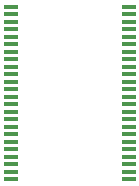
<source format=gtp>
G75*
G70*
%OFA0B0*%
%FSLAX24Y24*%
%IPPOS*%
%LPD*%
%AMOC8*
5,1,8,0,0,1.08239X$1,22.5*
%
%ADD10R,0.0512X0.0157*%
D10*
X014639Y007225D03*
X014639Y007475D03*
X014639Y007725D03*
X014639Y007975D03*
X014639Y008225D03*
X014639Y008475D03*
X014639Y008725D03*
X014639Y008975D03*
X014639Y009225D03*
X014639Y009475D03*
X014639Y009725D03*
X014639Y009975D03*
X014639Y010225D03*
X014639Y010475D03*
X014639Y010725D03*
X014639Y010975D03*
X014639Y011225D03*
X014639Y011475D03*
X014639Y011725D03*
X014639Y011975D03*
X014639Y012225D03*
X014639Y012475D03*
X014639Y012725D03*
X014639Y012975D03*
X018561Y012975D03*
X018561Y012725D03*
X018561Y012475D03*
X018561Y012225D03*
X018561Y011975D03*
X018561Y011725D03*
X018561Y011475D03*
X018561Y011225D03*
X018561Y010975D03*
X018561Y010725D03*
X018561Y010475D03*
X018561Y010225D03*
X018561Y009975D03*
X018561Y009725D03*
X018561Y009475D03*
X018561Y009225D03*
X018561Y008975D03*
X018561Y008725D03*
X018561Y008475D03*
X018561Y008225D03*
X018561Y007975D03*
X018561Y007725D03*
X018561Y007475D03*
X018561Y007225D03*
M02*

</source>
